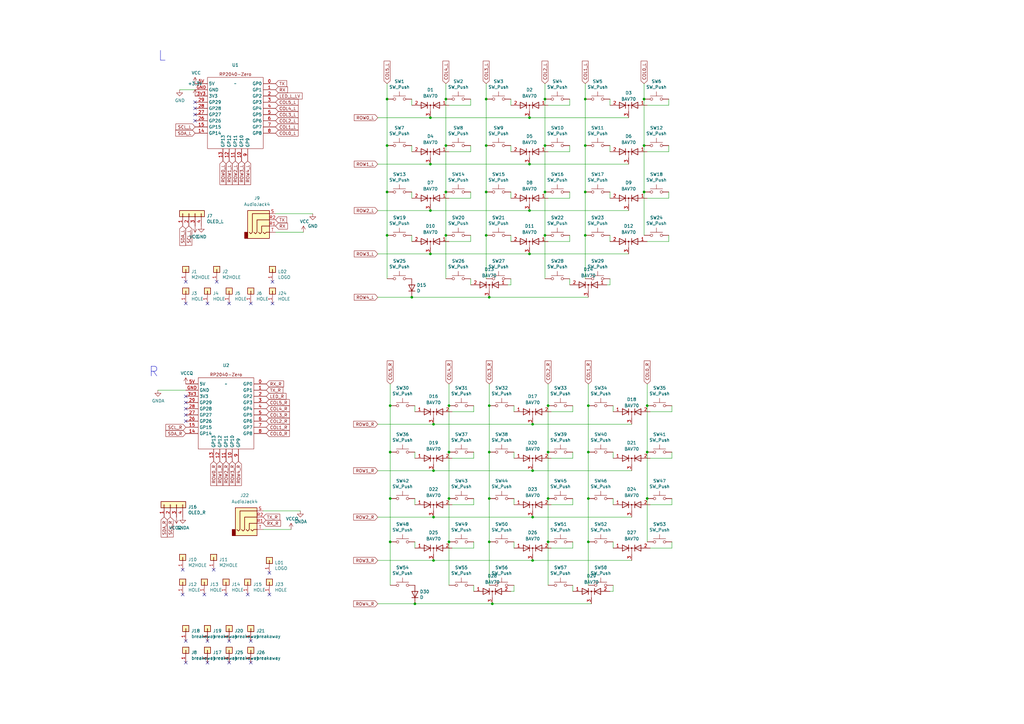
<source format=kicad_sch>
(kicad_sch (version 20230121) (generator eeschema)
  (paper "A3")
  (title_block (title "Lily58 Lite Rev3") (date "2024-07-18"))
  (junction (at 160.02 166.37))
  (junction (at 265.43 166.37))
  (junction (at 264.16 59.69))
  (junction (at 182.88 78.74))
  (junction (at 176.53 67.31))
  (junction (at 176.53 48.26))
  (junction (at 199.39 96.52))
  (junction (at 160.02 222.25))
  (junction (at 200.66 204.47))
  (junction (at 240.03 40.64))
  (junction (at 176.53 104.14))
  (junction (at 224.79 185.42))
  (junction (at 199.39 78.74))
  (junction (at 158.75 78.74))
  (junction (at 200.66 222.25))
  (junction (at 160.02 185.42))
  (junction (at 217.17 48.26))
  (junction (at 240.03 78.74))
  (junction (at 199.39 59.69))
  (junction (at 200.66 166.37))
  (junction (at 217.17 104.14))
  (junction (at 241.3 204.47))
  (junction (at 177.8 173.99))
  (junction (at 264.16 78.74))
  (junction (at 184.15 185.42))
  (junction (at 224.79 204.47))
  (junction (at 224.79 222.25))
  (junction (at 218.44 229.87))
  (junction (at 176.53 86.36))
  (junction (at 201.93 247.65))
  (junction (at 158.75 40.64))
  (junction (at 223.52 40.64))
  (junction (at 168.91 121.92))
  (junction (at 240.03 59.69))
  (junction (at 218.44 173.99))
  (junction (at 223.52 78.74))
  (junction (at 158.75 96.52))
  (junction (at 241.3 222.25))
  (junction (at 241.3 166.37))
  (junction (at 177.8 193.04))
  (junction (at 218.44 212.09))
  (junction (at 170.18 247.65))
  (junction (at 184.15 222.25))
  (junction (at 223.52 59.69))
  (junction (at 182.88 96.52))
  (junction (at 182.88 40.64))
  (junction (at 218.44 193.04))
  (junction (at 217.17 86.36))
  (junction (at 158.75 59.69))
  (junction (at 184.15 204.47))
  (junction (at 177.8 229.87))
  (junction (at 200.66 121.92))
  (junction (at 240.03 96.52))
  (junction (at 199.39 40.64))
  (junction (at 177.8 212.09))
  (junction (at 182.88 59.69))
  (junction (at 224.79 166.37))
  (junction (at 265.43 185.42))
  (junction (at 265.43 204.47))
  (junction (at 184.15 166.37))
  (junction (at 160.02 204.47))
  (junction (at 217.17 67.31))
  (junction (at 264.16 40.64))
  (junction (at 241.3 185.42))
  (junction (at 223.52 96.52))
  (junction (at 200.66 185.42))
  (no_connect (at 76.2 124.46))
  (no_connect (at 76.2 162.56))
  (no_connect (at 102.87 262.89))
  (no_connect (at 80.01 49.53))
  (no_connect (at 102.87 271.78))
  (no_connect (at 93.98 262.89))
  (no_connect (at 76.2 271.78))
  (no_connect (at 85.09 271.78))
  (no_connect (at 83.82 243.84))
  (no_connect (at 85.09 262.89))
  (no_connect (at 76.2 167.64))
  (no_connect (at 76.2 262.89))
  (no_connect (at 93.98 124.46))
  (no_connect (at 80.01 46.99))
  (no_connect (at 76.2 170.18))
  (no_connect (at 87.63 233.68))
  (no_connect (at 92.71 243.84))
  (no_connect (at 101.6 243.84))
  (no_connect (at 85.09 124.46))
  (no_connect (at 93.98 271.78))
  (no_connect (at 110.49 234.95))
  (no_connect (at 110.49 243.84))
  (no_connect (at 74.93 233.68))
  (no_connect (at 80.01 44.45))
  (no_connect (at 111.76 115.57))
  (no_connect (at 76.2 172.72))
  (no_connect (at 76.2 165.1))
  (no_connect (at 80.01 41.91))
  (no_connect (at 74.93 243.84))
  (no_connect (at 111.76 124.46))
  (no_connect (at 102.87 124.46))
  (no_connect (at 88.9 115.57))
  (no_connect (at 76.2 115.57))
  (wire (pts (xy 200.66 166.37) (xy 200.66 185.42)))
  (wire (pts (xy 265.43 157.48) (xy 265.43 166.37)))
  (wire (pts (xy 200.66 222.25) (xy 200.66 240.03)))
  (wire (pts (xy 266.7 168.91) (xy 275.59 168.91)))
  (wire (pts (xy 200.66 157.48) (xy 200.66 166.37)))
  (wire (pts (xy 226.06 224.79) (xy 234.95 224.79)))
  (wire (pts (xy 201.93 247.65) (xy 242.57 247.65)))
  (wire (pts (xy 240.03 59.69) (xy 240.03 78.74)))
  (wire (pts (xy 224.79 204.47) (xy 224.79 222.25)))
  (wire (pts (xy 113.03 87.63) (xy 128.27 87.63)))
  (wire (pts (xy 154.94 247.65) (xy 170.18 247.65)))
  (wire (pts (xy 275.59 224.79) (xy 275.59 222.25)))
  (wire (pts (xy 177.8 212.09) (xy 218.44 212.09)))
  (wire (pts (xy 233.68 59.69) (xy 233.68 62.23)))
  (wire (pts (xy 184.15 43.18) (xy 193.04 43.18)))
  (wire (pts (xy 217.17 104.14) (xy 257.81 104.14)))
  (wire (pts (xy 107.95 217.17) (xy 119.38 217.17)))
  (wire (pts (xy 224.79 185.42) (xy 224.79 204.47)))
  (wire (pts (xy 193.04 59.69) (xy 193.04 62.23)))
  (wire (pts (xy 184.15 157.48) (xy 184.15 166.37)))
  (wire (pts (xy 264.16 40.64) (xy 264.16 34.29)))
  (wire (pts (xy 154.94 173.99) (xy 177.8 173.99)))
  (wire (pts (xy 170.18 222.25) (xy 170.18 224.79)))
  (wire (pts (xy 107.95 209.55) (xy 123.19 209.55)))
  (wire (pts (xy 184.15 62.23) (xy 193.04 62.23)))
  (wire (pts (xy 241.3 157.48) (xy 241.3 166.37)))
  (wire (pts (xy 233.68 114.3) (xy 233.68 116.84)))
  (wire (pts (xy 194.31 207.01) (xy 194.31 204.47)))
  (wire (pts (xy 158.75 59.69) (xy 158.75 40.64)))
  (wire (pts (xy 177.8 173.99) (xy 218.44 173.99)))
  (wire (pts (xy 218.44 229.87) (xy 259.08 229.87)))
  (wire (pts (xy 209.55 78.74) (xy 209.55 81.28)))
  (wire (pts (xy 250.19 114.3) (xy 250.19 116.84)))
  (wire (pts (xy 168.91 40.64) (xy 168.91 43.18)))
  (wire (pts (xy 275.59 204.47) (xy 275.59 207.01)))
  (wire (pts (xy 224.79 62.23) (xy 233.68 62.23)))
  (wire (pts (xy 199.39 96.52) (xy 199.39 78.74)))
  (wire (pts (xy 233.68 78.74) (xy 233.68 81.28)))
  (wire (pts (xy 209.55 59.69) (xy 209.55 62.23)))
  (wire (pts (xy 208.28 116.84) (xy 209.55 116.84)))
  (wire (pts (xy 170.18 204.47) (xy 170.18 207.01)))
  (wire (pts (xy 185.42 224.79) (xy 194.31 224.79)))
  (wire (pts (xy 200.66 204.47) (xy 200.66 222.25)))
  (wire (pts (xy 193.04 116.84) (xy 193.04 114.3)))
  (wire (pts (xy 168.91 121.92) (xy 200.66 121.92)))
  (wire (pts (xy 218.44 193.04) (xy 259.08 193.04)))
  (wire (pts (xy 158.75 96.52) (xy 158.75 78.74)))
  (wire (pts (xy 251.46 185.42) (xy 251.46 187.96)))
  (wire (pts (xy 184.15 185.42) (xy 184.15 204.47)))
  (wire (pts (xy 185.42 168.91) (xy 194.31 168.91)))
  (wire (pts (xy 233.68 99.06) (xy 233.68 96.52)))
  (wire (pts (xy 251.46 166.37) (xy 251.46 168.91)))
  (wire (pts (xy 223.52 40.64) (xy 223.52 59.69)))
  (wire (pts (xy 224.79 166.37) (xy 224.79 185.42)))
  (wire (pts (xy 240.03 114.3) (xy 240.03 96.52)))
  (wire (pts (xy 168.91 59.69) (xy 168.91 62.23)))
  (wire (pts (xy 154.94 48.26) (xy 176.53 48.26)))
  (wire (pts (xy 234.95 222.25) (xy 234.95 224.79)))
  (wire (pts (xy 184.15 204.47) (xy 184.15 222.25)))
  (wire (pts (xy 240.03 34.29) (xy 240.03 40.64)))
  (wire (pts (xy 241.3 222.25) (xy 241.3 240.03)))
  (wire (pts (xy 241.3 185.42) (xy 241.3 204.47)))
  (wire (pts (xy 233.68 40.64) (xy 233.68 43.18)))
  (wire (pts (xy 264.16 40.64) (xy 264.16 59.69)))
  (wire (pts (xy 170.18 166.37) (xy 170.18 168.91)))
  (wire (pts (xy 275.59 185.42) (xy 275.59 187.96)))
  (wire (pts (xy 224.79 157.48) (xy 224.79 166.37)))
  (wire (pts (xy 274.32 78.74) (xy 274.32 81.28)))
  (wire (pts (xy 182.88 59.69) (xy 182.88 78.74)))
  (wire (pts (xy 193.04 40.64) (xy 193.04 43.18)))
  (wire (pts (xy 224.79 81.28) (xy 233.68 81.28)))
  (wire (pts (xy 209.55 242.57) (xy 210.82 242.57)))
  (wire (pts (xy 200.66 185.42) (xy 200.66 204.47)))
  (wire (pts (xy 194.31 185.42) (xy 194.31 187.96)))
  (wire (pts (xy 184.15 81.28) (xy 193.04 81.28)))
  (wire (pts (xy 193.04 78.74) (xy 193.04 81.28)))
  (wire (pts (xy 234.95 166.37) (xy 234.95 168.91)))
  (wire (pts (xy 265.43 43.18) (xy 274.32 43.18)))
  (wire (pts (xy 160.02 240.03) (xy 160.02 222.25)))
  (wire (pts (xy 113.03 95.25) (xy 124.46 95.25)))
  (wire (pts (xy 250.19 78.74) (xy 250.19 81.28)))
  (wire (pts (xy 154.94 67.31) (xy 176.53 67.31)))
  (wire (pts (xy 234.95 204.47) (xy 234.95 207.01)))
  (wire (pts (xy 265.43 166.37) (xy 265.43 185.42)))
  (wire (pts (xy 184.15 99.06) (xy 193.04 99.06)))
  (wire (pts (xy 177.8 193.04) (xy 218.44 193.04)))
  (wire (pts (xy 182.88 96.52) (xy 182.88 114.3)))
  (wire (pts (xy 182.88 40.64) (xy 182.88 59.69)))
  (wire (pts (xy 217.17 48.26) (xy 257.81 48.26)))
  (wire (pts (xy 160.02 185.42) (xy 160.02 166.37)))
  (wire (pts (xy 251.46 204.47) (xy 251.46 207.01)))
  (wire (pts (xy 194.31 222.25) (xy 194.31 224.79)))
  (wire (pts (xy 251.46 240.03) (xy 251.46 242.57)))
  (wire (pts (xy 73.66 36.83) (xy 80.01 36.83)))
  (wire (pts (xy 182.88 78.74) (xy 182.88 96.52)))
  (wire (pts (xy 154.94 193.04) (xy 177.8 193.04)))
  (wire (pts (xy 226.06 187.96) (xy 234.95 187.96)))
  (wire (pts (xy 160.02 222.25) (xy 160.02 204.47)))
  (wire (pts (xy 264.16 78.74) (xy 264.16 96.52)))
  (wire (pts (xy 194.31 240.03) (xy 194.31 242.57)))
  (wire (pts (xy 266.7 224.79) (xy 275.59 224.79)))
  (wire (pts (xy 184.15 222.25) (xy 184.15 240.03)))
  (wire (pts (xy 185.42 207.01) (xy 194.31 207.01)))
  (wire (pts (xy 209.55 40.64) (xy 209.55 43.18)))
  (wire (pts (xy 275.59 166.37) (xy 275.59 168.91)))
  (wire (pts (xy 158.75 96.52) (xy 158.75 114.3)))
  (wire (pts (xy 210.82 166.37) (xy 210.82 168.91)))
  (wire (pts (xy 274.32 40.64) (xy 274.32 43.18)))
  (wire (pts (xy 199.39 59.69) (xy 199.39 78.74)))
  (wire (pts (xy 184.15 166.37) (xy 184.15 185.42)))
  (wire (pts (xy 200.66 121.92) (xy 241.3 121.92)))
  (wire (pts (xy 250.19 116.84) (xy 248.92 116.84)))
  (wire (pts (xy 274.32 59.69) (xy 274.32 62.23)))
  (wire (pts (xy 160.02 204.47) (xy 160.02 185.42)))
  (wire (pts (xy 154.94 121.92) (xy 168.91 121.92)))
  (wire (pts (xy 266.7 207.01) (xy 275.59 207.01)))
  (wire (pts (xy 177.8 229.87) (xy 218.44 229.87)))
  (wire (pts (xy 274.32 62.23) (xy 265.43 62.23)))
  (wire (pts (xy 168.91 96.52) (xy 168.91 99.06)))
  (wire (pts (xy 264.16 59.69) (xy 264.16 78.74)))
  (wire (pts (xy 209.55 96.52) (xy 209.55 99.06)))
  (wire (pts (xy 250.19 40.64) (xy 250.19 43.18)))
  (wire (pts (xy 182.88 34.29) (xy 182.88 40.64)))
  (wire (pts (xy 217.17 67.31) (xy 257.81 67.31)))
  (wire (pts (xy 224.79 222.25) (xy 224.79 240.03)))
  (wire (pts (xy 224.79 99.06) (xy 233.68 99.06)))
  (wire (pts (xy 176.53 48.26) (xy 217.17 48.26)))
  (wire (pts (xy 265.43 204.47) (xy 265.43 222.25)))
  (wire (pts (xy 176.53 104.14) (xy 217.17 104.14)))
  (wire (pts (xy 76.2 160.02) (xy 64.77 160.02)))
  (wire (pts (xy 176.53 86.36) (xy 217.17 86.36)))
  (wire (pts (xy 241.3 204.47) (xy 241.3 222.25)))
  (wire (pts (xy 226.06 207.01) (xy 234.95 207.01)))
  (wire (pts (xy 250.19 96.52) (xy 250.19 99.06)))
  (wire (pts (xy 223.52 34.29) (xy 223.52 40.64)))
  (wire (pts (xy 218.44 173.99) (xy 259.08 173.99)))
  (wire (pts (xy 199.39 59.69) (xy 199.39 40.64)))
  (wire (pts (xy 223.52 59.69) (xy 223.52 78.74)))
  (wire (pts (xy 199.39 114.3) (xy 199.39 96.52)))
  (wire (pts (xy 265.43 185.42) (xy 265.43 204.47)))
  (wire (pts (xy 266.7 187.96) (xy 275.59 187.96)))
  (wire (pts (xy 168.91 78.74) (xy 168.91 81.28)))
  (wire (pts (xy 274.32 81.28) (xy 265.43 81.28)))
  (wire (pts (xy 158.75 78.74) (xy 158.75 59.69)))
  (wire (pts (xy 209.55 114.3) (xy 209.55 116.84)))
  (wire (pts (xy 234.95 240.03) (xy 234.95 242.57)))
  (wire (pts (xy 251.46 222.25) (xy 251.46 224.79)))
  (wire (pts (xy 170.18 247.65) (xy 201.93 247.65)))
  (wire (pts (xy 154.94 212.09) (xy 177.8 212.09)))
  (wire (pts (xy 217.17 86.36) (xy 257.81 86.36)))
  (wire (pts (xy 265.43 99.06) (xy 274.32 99.06)))
  (wire (pts (xy 226.06 168.91) (xy 234.95 168.91)))
  (wire (pts (xy 154.94 104.14) (xy 176.53 104.14)))
  (wire (pts (xy 240.03 40.64) (xy 240.03 59.69)))
  (wire (pts (xy 274.32 96.52) (xy 274.32 99.06)))
  (wire (pts (xy 154.94 86.36) (xy 176.53 86.36)))
  (wire (pts (xy 234.95 185.42) (xy 234.95 187.96)))
  (wire (pts (xy 185.42 187.96) (xy 194.31 187.96)))
  (wire (pts (xy 210.82 204.47) (xy 210.82 207.01)))
  (wire (pts (xy 223.52 78.74) (xy 223.52 96.52)))
  (wire (pts (xy 240.03 96.52) (xy 240.03 78.74)))
  (wire (pts (xy 251.46 242.57) (xy 250.19 242.57)))
  (wire (pts (xy 210.82 240.03) (xy 210.82 242.57)))
  (wire (pts (xy 250.19 59.69) (xy 250.19 62.23)))
  (wire (pts (xy 154.94 229.87) (xy 177.8 229.87)))
  (wire (pts (xy 176.53 67.31) (xy 217.17 67.31)))
  (wire (pts (xy 210.82 185.42) (xy 210.82 187.96)))
  (wire (pts (xy 210.82 222.25) (xy 210.82 224.79)))
  (wire (pts (xy 194.31 166.37) (xy 194.31 168.91)))
  (wire (pts (xy 241.3 166.37) (xy 241.3 185.42)))
  (wire (pts (xy 170.18 185.42) (xy 170.18 187.96)))
  (wire (pts (xy 158.75 40.64) (xy 158.75 34.29)))
  (wire (pts (xy 223.52 96.52) (xy 223.52 114.3)))
  (wire (pts (xy 224.79 43.18) (xy 233.68 43.18)))
  (wire (pts (xy 160.02 157.48) (xy 160.02 166.37)))
  (wire (pts (xy 199.39 34.29) (xy 199.39 40.64)))
  (wire (pts (xy 218.44 212.09) (xy 259.08 212.09)))
  (wire (pts (xy 193.04 99.06) (xy 193.04 96.52)))
  (text "L" (at 64.77 25.4 0) (effects (font (size 4 4)) (justify left bottom)))
  (text "R" (at 60.96 154.94 0) (effects (font (size 4 4)) (justify left bottom)))
  (global_label "COL2_R" (shape input) (at 109.22 172.72 0) (property "Intersheetrefs" "${INTERSHEET_REFS}" (effects hide)))
  (global_label "LED_R" (shape input) (at 109.22 162.56 0) (property "Intersheetrefs" "${INTERSHEET_REFS}" (effects hide)))
  (global_label "TX_R" (shape input) (at 109.22 160.02 0) (property "Intersheetrefs" "${INTERSHEET_REFS}" (effects hide)) (property "シート間のリファレンス" "${INTERSHEET_REFS}" (effects hide)))
  (global_label "COL1_L" (shape input) (at 113.03 52.07 0) (property "Intersheetrefs" "${INTERSHEET_REFS}" (effects hide)))
  (global_label "COL3_R" (shape input) (at 109.22 170.18 0) (property "Intersheetrefs" "${INTERSHEET_REFS}" (effects hide)))
  (global_label "ROW0_R" (shape input) (at 154.94 173.99 180) (property "Intersheetrefs" "${INTERSHEET_REFS}" (effects hide)))
  (global_label "ROW4_R" (shape input) (at 154.94 247.65 180) (property "Intersheetrefs" "${INTERSHEET_REFS}" (effects hide)))
  (global_label "RX_R" (shape input) (at 109.22 157.48 0) (property "Intersheetrefs" "${INTERSHEET_REFS}" (effects hide)) (property "シート間のリファレンス" "${INTERSHEET_REFS}" (effects hide)))
  (global_label "COL2_L" (shape input) (at 223.52 34.29 90) (property "Intersheetrefs" "${INTERSHEET_REFS}" (effects hide)))
  (global_label "ROW3_L" (shape input) (at 154.94 104.14 180) (property "Intersheetrefs" "${INTERSHEET_REFS}" (effects hide)))
  (global_label "TX" (shape input) (at 113.03 90.17 0) (property "Intersheetrefs" "${INTERSHEET_REFS}" (effects hide)) (property "シート間のリファレンス" "${INTERSHEET_REFS}" (effects hide)))
  (global_label "ROW1_R" (shape input) (at 90.17 189.23 270) (property "Intersheetrefs" "${INTERSHEET_REFS}" (effects hide)))
  (global_label "SDA_L" (shape input) (at 74.93 92.71 270) (property "Intersheetrefs" "${INTERSHEET_REFS}" (effects hide)))
  (global_label "ROW4_L" (shape input) (at 154.94 121.92 180) (property "Intersheetrefs" "${INTERSHEET_REFS}" (effects hide)))
  (global_label "COL4_R" (shape input) (at 184.15 157.48 90) (property "Intersheetrefs" "${INTERSHEET_REFS}" (effects hide)))
  (global_label "COL3_L" (shape input) (at 113.03 46.99 0) (property "Intersheetrefs" "${INTERSHEET_REFS}" (effects hide)))
  (global_label "COL4_L" (shape input) (at 113.03 44.45 0) (property "Intersheetrefs" "${INTERSHEET_REFS}" (effects hide)))
  (global_label "ROW3_R" (shape input) (at 95.25 189.23 270) (property "Intersheetrefs" "${INTERSHEET_REFS}" (effects hide)))
  (global_label "RX_R" (shape input) (at 107.95 214.63 0) (property "Intersheetrefs" "${INTERSHEET_REFS}" (effects hide)) (property "シート間のリファレンス" "${INTERSHEET_REFS}" (effects hide)))
  (global_label "ROW1_L" (shape input) (at 154.94 67.31 180) (property "Intersheetrefs" "${INTERSHEET_REFS}" (effects hide)))
  (global_label "ROW1_L" (shape input) (at 93.98 66.04 270) (property "Intersheetrefs" "${INTERSHEET_REFS}" (effects hide)))
  (global_label "COL5_L" (shape input) (at 113.03 41.91 0) (property "Intersheetrefs" "${INTERSHEET_REFS}" (effects hide)))
  (global_label "SDA_R" (shape input) (at 67.31 212.09 270) (property "Intersheetrefs" "${INTERSHEET_REFS}" (effects hide)))
  (global_label "COL2_R" (shape input) (at 224.79 157.48 90) (property "Intersheetrefs" "${INTERSHEET_REFS}" (effects hide)))
  (global_label "ROW0_L" (shape input) (at 91.44 66.04 270) (property "Intersheetrefs" "${INTERSHEET_REFS}" (effects hide)))
  (global_label "COL1_R" (shape input) (at 241.3 157.48 90) (property "Intersheetrefs" "${INTERSHEET_REFS}" (effects hide)))
  (global_label "SDA_R" (shape input) (at 76.2 177.8 180) (property "Intersheetrefs" "${INTERSHEET_REFS}" (effects hide)))
  (global_label "SCL_L" (shape input) (at 80.01 52.07 180) (property "Intersheetrefs" "${INTERSHEET_REFS}" (effects hide)))
  (global_label "TX_R" (shape input) (at 107.95 212.09 0) (property "Intersheetrefs" "${INTERSHEET_REFS}" (effects hide)) (property "シート間のリファレンス" "${INTERSHEET_REFS}" (effects hide)))
  (global_label "COL1_R" (shape input) (at 109.22 175.26 0) (property "Intersheetrefs" "${INTERSHEET_REFS}" (effects hide)))
  (global_label "COL2_L" (shape input) (at 113.03 49.53 0) (property "Intersheetrefs" "${INTERSHEET_REFS}" (effects hide)))
  (global_label "COL5_L" (shape input) (at 158.75 34.29 90) (property "Intersheetrefs" "${INTERSHEET_REFS}" (effects hide)))
  (global_label "SCL_R" (shape input) (at 76.2 175.26 180) (property "Intersheetrefs" "${INTERSHEET_REFS}" (effects hide)))
  (global_label "ROW3_L" (shape input) (at 99.06 66.04 270) (property "Intersheetrefs" "${INTERSHEET_REFS}" (effects hide)))
  (global_label "ROW0_L" (shape input) (at 154.94 48.26 180) (property "Intersheetrefs" "${INTERSHEET_REFS}" (effects hide)))
  (global_label "SCL_L" (shape input) (at 77.47 92.71 270) (property "Intersheetrefs" "${INTERSHEET_REFS}" (effects hide)))
  (global_label "ROW2_R" (shape input) (at 92.71 189.23 270) (property "Intersheetrefs" "${INTERSHEET_REFS}" (effects hide)))
  (global_label "ROW2_R" (shape input) (at 154.94 212.09 180) (property "Intersheetrefs" "${INTERSHEET_REFS}" (effects hide)))
  (global_label "COL0_R" (shape input) (at 265.43 157.48 90) (property "Intersheetrefs" "${INTERSHEET_REFS}" (effects hide)))
  (global_label "ROW0_R" (shape input) (at 87.63 189.23 270) (property "Intersheetrefs" "${INTERSHEET_REFS}" (effects hide)))
  (global_label "TX" (shape input) (at 113.03 34.29 0) (property "Intersheetrefs" "${INTERSHEET_REFS}" (effects hide)) (property "シート間のリファレンス" "${INTERSHEET_REFS}" (effects hide)))
  (global_label "RX" (shape input) (at 113.03 92.71 0) (property "Intersheetrefs" "${INTERSHEET_REFS}" (effects hide)) (property "シート間のリファレンス" "${INTERSHEET_REFS}" (effects hide)))
  (global_label "ROW1_R" (shape input) (at 154.94 193.04 180) (property "Intersheetrefs" "${INTERSHEET_REFS}" (effects hide)))
  (global_label "RX" (shape input) (at 113.03 36.83 0) (property "Intersheetrefs" "${INTERSHEET_REFS}" (effects hide)) (property "シート間のリファレンス" "${INTERSHEET_REFS}" (effects hide)))
  (global_label "SDA_L" (shape input) (at 80.01 54.61 180) (property "Intersheetrefs" "${INTERSHEET_REFS}" (effects hide)))
  (global_label "COL0_R" (shape input) (at 109.22 177.8 0) (property "Intersheetrefs" "${INTERSHEET_REFS}" (effects hide)))
  (global_label "COL5_R" (shape input) (at 160.02 157.48 90) (property "Intersheetrefs" "${INTERSHEET_REFS}" (effects hide)))
  (global_label "COL3_R" (shape input) (at 200.66 157.48 90) (property "Intersheetrefs" "${INTERSHEET_REFS}" (effects hide)))
  (global_label "ROW2_L" (shape input) (at 96.52 66.04 270) (property "Intersheetrefs" "${INTERSHEET_REFS}" (effects hide)))
  (global_label "ROW2_L" (shape input) (at 154.94 86.36 180) (property "Intersheetrefs" "${INTERSHEET_REFS}" (effects hide)))
  (global_label "COL4_R" (shape input) (at 109.22 167.64 0) (property "Intersheetrefs" "${INTERSHEET_REFS}" (effects hide)))
  (global_label "COL1_L" (shape input) (at 240.03 34.29 90) (property "Intersheetrefs" "${INTERSHEET_REFS}" (effects hide)))
  (global_label "SCL_R" (shape input) (at 69.85 212.09 270) (property "Intersheetrefs" "${INTERSHEET_REFS}" (effects hide)))
  (global_label "COL3_L" (shape input) (at 199.39 34.29 90) (property "Intersheetrefs" "${INTERSHEET_REFS}" (effects hide)))
  (global_label "COL5_R" (shape input) (at 109.22 165.1 0) (property "Intersheetrefs" "${INTERSHEET_REFS}" (effects hide)))
  (global_label "COL0_L" (shape input) (at 264.16 34.29 90) (property "Intersheetrefs" "${INTERSHEET_REFS}" (effects hide)))
  (global_label "COL4_L" (shape input) (at 182.88 34.29 90) (property "Intersheetrefs" "${INTERSHEET_REFS}" (effects hide)))
  (global_label "COL0_L" (shape input) (at 113.03 54.61 0) (property "Intersheetrefs" "${INTERSHEET_REFS}" (effects hide)))
  (global_label "ROW3_R" (shape input) (at 154.94 229.87 180) (property "Intersheetrefs" "${INTERSHEET_REFS}" (effects hide)))
  (global_label "ROW4_L" (shape input) (at 101.6 66.04 270) (property "Intersheetrefs" "${INTERSHEET_REFS}" (effects hide)))
  (global_label "LED_L_LV" (shape input) (at 113.03 39.37 0) (property "Intersheetrefs" "${INTERSHEET_REFS}" (effects hide)))
  (global_label "ROW4_R" (shape input) (at 97.79 189.23 270) (property "Intersheetrefs" "${INTERSHEET_REFS}" (effects hide)))
  (symbol (lib_id "yuchi:RP2040-Zero") (at 96.52 45.72 0) (unit 1)
    (property "Reference" "U1" (at 96.52 26.67 0))
    (property "Value" "~" (at 96.52 34.29 0))
    (property "Footprint" "yuchi_kbd:RP2040-Zero_bottom" (effects hide))
  )
  (symbol (lib_id "Connector_Generic:Conn_01x01") (at 92.71 238.76 90) (unit 1)
    (property "Reference" "J14" (at 94.9452 239.6744 90) (effects (justify right)))
    (property "Value" "HOLE" (at 94.9452 241.9858 90) (effects (justify right)))
    (property "Footprint" "yuchi:HOLE_M2_TH" (effects hide))
  )
  (symbol (lib_id "Switch:SW_Push") (at 228.6 40.64 0) (unit 1)
    (property "Reference" "SW4" (at 228.6 33.401 0))
    (property "Value" "SW_Push" (at 228.6 35.7124 0))
    (property "Footprint" "yuchi:MX_HOLE_FB-SIlk" (effects hide))
  )
  (symbol (lib_id "Switch:SW_Push") (at 229.87 222.25 0) (unit 1)
    (property "Reference" "SW51" (at 229.87 215.011 0))
    (property "Value" "SW_Push" (at 229.87 217.3224 0))
    (property "Footprint" "yuchi:MX_HOLE_FB-SIlk" (effects hide))
  )
  (symbol (lib_id "Switch:SW_Push") (at 204.47 96.52 0) (unit 1)
    (property "Reference" "SW21" (at 204.47 89.281 0))
    (property "Value" "SW_Push" (at 204.47 91.5924 0))
    (property "Footprint" "yuchi:MX_HOLE_FB-SIlk" (effects hide))
  )
  (symbol (lib_id "Switch:SW_Push") (at 189.23 204.47 0) (unit 1)
    (property "Reference" "SW43" (at 189.23 197.231 0))
    (property "Value" "SW_Push" (at 189.23 199.5424 0))
    (property "Footprint" "yuchi:MX_HOLE_FB-SIlk" (effects hide))
  )
  (symbol (lib_id "Connector_Generic:Conn_01x01") (at 102.87 119.38 90) (unit 1)
    (property "Reference" "J6" (at 105.1052 120.2944 90) (effects (justify right)))
    (property "Value" "HOLE" (at 105.1052 122.6058 90) (effects (justify right)))
    (property "Footprint" "yuchi:HOLE_M2_TH" (effects hide))
  )
  (symbol (lib_id "Connector_Generic:Conn_01x01") (at 76.2 257.81 90) (unit 1)
    (property "Reference" "J18" (at 78.4352 258.7244 90) (effects (justify right)))
    (property "Value" "breakaway" (at 78.4352 261.0358 90) (effects (justify right)))
    (property "Footprint" "yuchi_kbd:breakaway04" (effects hide))
  )
  (symbol (lib_id "Switch:SW_Push") (at 204.47 59.69 0) (unit 1)
    (property "Reference" "SW9" (at 204.47 52.451 0))
    (property "Value" "SW_Push" (at 204.47 54.7624 0))
    (property "Footprint" "yuchi:MX_HOLE_FB-SIlk" (effects hide))
  )
  (symbol (lib_id "Switch:SW_Push") (at 245.11 78.74 0) (unit 1)
    (property "Reference" "SW17" (at 245.11 71.501 0))
    (property "Value" "SW_Push" (at 245.11 73.8124 0))
    (property "Footprint" "yuchi:MX_HOLE_FB-SIlk" (effects hide))
  )
  (symbol (lib_id "Switch:SW_Push") (at 163.83 59.69 0) (unit 1)
    (property "Reference" "SW7" (at 163.83 52.451 0))
    (property "Value" "SW_Push" (at 163.83 54.7624 0))
    (property "Footprint" "yuchi:MX_HOLE_FB-SIlk" (effects hide))
  )
  (symbol (lib_id "power:VCCQ") (at 119.38 217.17 0) (unit 1)
    (property "Reference" "#PWR018" (effects hide))
    (property "Value" "VCCQ" (at 119.8118 212.7758 0))
  )
  (symbol (lib_id "Switch:SW_Push") (at 228.6 78.74 0) (unit 1)
    (property "Reference" "SW16" (at 228.6 71.501 0))
    (property "Value" "SW_Push" (at 228.6 73.8124 0))
    (property "Footprint" "yuchi:MX_HOLE_FB-SIlk" (effects hide))
  )
  (symbol (lib_id "Switch:SW_Push") (at 163.83 96.52 0) (unit 1)
    (property "Reference" "SW19" (at 163.83 89.281 0))
    (property "Value" "SW_Push" (at 163.83 91.5924 0))
    (property "Footprint" "yuchi:MX_HOLE_FB-SIlk" (effects hide))
  )
  (symbol (lib_id "Switch:SW_Push") (at 165.1 166.37 0) (unit 1)
    (property "Reference" "SW30" (at 165.1 159.131 0))
    (property "Value" "SW_Push" (at 165.1 161.4424 0))
    (property "Footprint" "yuchi:MX_HOLE_FB-SIlk" (effects hide))
  )
  (symbol (lib_id "Diode:BAV70") (at 176.53 81.28 0) (mirror y) (unit 1)
    (property "Reference" "D7" (at 176.53 74.93 0))
    (property "Value" "BAV70" (at 176.53 77.47 0))
    (property "Footprint" "Package_TO_SOT_SMD:SOT-23" (effects hide))
    (property "Datasheet" "https://assets.nexperia.com/documents/data-sheet/BAV70_SER.pdf" (effects hide))
  )
  (symbol (lib_id "Switch:SW_Push") (at 189.23 185.42 0) (unit 1)
    (property "Reference" "SW37" (at 189.23 178.181 0))
    (property "Value" "SW_Push" (at 189.23 180.4924 0))
    (property "Footprint" "yuchi:MX_HOLE_FB-SIlk" (effects hide))
  )
  (symbol (lib_id "Connector_Generic:Conn_01x01") (at 111.76 119.38 90) (unit 1)
    (property "Reference" "J24" (at 113.9952 120.2944 90) (effects (justify right)))
    (property "Value" "HOLE" (at 113.9952 122.6058 90) (effects (justify right)))
    (property "Footprint" "yuchi:HOLE_M2_TH" (effects hide))
  )
  (symbol (lib_id "Switch:SW_Push") (at 270.51 204.47 0) (unit 1)
    (property "Reference" "SW47" (at 270.51 197.231 0))
    (property "Value" "SW_Push" (at 270.51 199.5424 0))
    (property "Footprint" "yuchi:MX_HOLE_FB-SIlk" (effects hide))
  )
  (symbol (lib_id "Switch:SW_Push") (at 205.74 185.42 0) (unit 1)
    (property "Reference" "SW38" (at 205.74 178.181 0))
    (property "Value" "SW_Push" (at 205.74 180.4924 0))
    (property "Footprint" "yuchi:MX_HOLE_FB-SIlk" (effects hide))
  )
  (symbol (lib_id "power:GND") (at 128.27 87.63 0) (unit 1)
    (property "Reference" "#PWR07" (effects hide))
    (property "Value" "GND" (at 128.27 92.71 0))
  )
  (symbol (lib_id "Diode:BAV70") (at 241.3 116.84 0) (mirror y) (unit 1)
    (property "Reference" "D14" (at 241.3 110.49 0))
    (property "Value" "BAV70" (at 241.3 113.03 0))
    (property "Footprint" "Package_TO_SOT_SMD:SOT-23" (effects hide))
    (property "Datasheet" "https://assets.nexperia.com/documents/data-sheet/BAV70_SER.pdf" (effects hide))
  )
  (symbol (lib_id "Diode:BAV70") (at 217.17 99.06 0) (mirror y) (unit 1)
    (property "Reference" "D11" (at 217.17 92.71 0))
    (property "Value" "BAV70" (at 217.17 95.25 0))
    (property "Footprint" "Package_TO_SOT_SMD:SOT-23" (effects hide))
    (property "Datasheet" "https://assets.nexperia.com/documents/data-sheet/BAV70_SER.pdf" (effects hide))
  )
  (symbol (lib_id "Switch:SW_Push") (at 245.11 59.69 0) (unit 1)
    (property "Reference" "SW11" (at 245.11 52.451 0))
    (property "Value" "SW_Push" (at 245.11 54.7624 0))
    (property "Footprint" "yuchi:MX_HOLE_FB-SIlk" (effects hide))
  )
  (symbol (lib_id "Switch:SW_Push") (at 246.38 222.25 0) (unit 1)
    (property "Reference" "SW52" (at 246.38 215.011 0))
    (property "Value" "SW_Push" (at 246.38 217.3224 0))
    (property "Footprint" "yuchi:MX_HOLE_FB-SIlk" (effects hide))
  )
  (symbol (lib_id "Switch:SW_Push") (at 165.1 222.25 0) (unit 1)
    (property "Reference" "SW48" (at 165.1 215.011 0))
    (property "Value" "SW_Push" (at 165.1 217.3224 0))
    (property "Footprint" "yuchi:MX_HOLE_FB-SIlk" (effects hide))
  )
  (symbol (lib_id "Connector_Generic:Conn_01x01") (at 76.2 110.49 90) (unit 1)
    (property "Reference" "J1" (at 78.4352 111.4044 90) (effects (justify right)))
    (property "Value" "M2HOLE" (at 78.4352 113.7158 90) (effects (justify right)))
    (property "Footprint" "yuchi:M2_HOLE_PCB" (effects hide))
  )
  (symbol (lib_id "Connector_Generic:Conn_01x01") (at 102.87 257.81 90) (unit 1)
    (property "Reference" "J21" (at 105.1052 258.7244 90) (effects (justify right)))
    (property "Value" "breakaway" (at 105.1052 261.0358 90) (effects (justify right)))
    (property "Footprint" "yuchi_kbd:breakaway04" (effects hide))
  )
  (symbol (lib_id "Switch:SW_Push") (at 165.1 240.03 0) (unit 1)
    (property "Reference" "SW54" (at 165.1 232.791 0))
    (property "Value" "SW_Push" (at 165.1 235.1024 0))
    (property "Footprint" "yuchi:MX_HOLE_FB-SIlk" (effects hide))
  )
  (symbol (lib_id "Switch:SW_Push") (at 270.51 222.25 0) (unit 1)
    (property "Reference" "SW53" (at 270.51 215.011 0))
    (property "Value" "SW_Push" (at 270.51 217.3224 0))
    (property "Footprint" "yuchi:MX_HOLE_FB-SIlk" (effects hide))
  )
  (symbol (lib_id "Device:D") (at 170.18 243.84 90) (unit 1)
    (property "Reference" "D30" (at 172.212 242.6716 90) (effects (justify right)))
    (property "Value" "D" (at 172.212 244.983 90) (effects (justify right)))
    (property "Footprint" "Diode_SMD:D_SOD-123" (effects hide))
  )
  (symbol (lib_id "Diode:BAV70") (at 177.8 168.91 0) (unit 1)
    (property "Reference" "D16" (at 177.8 162.56 0))
    (property "Value" "BAV70" (at 177.8 165.1 0))
    (property "Footprint" "Package_TO_SOT_SMD:SOT-23" (effects hide))
    (property "Datasheet" "https://assets.nexperia.com/documents/data-sheet/BAV70_SER.pdf" (effects hide))
  )
  (symbol (lib_id "Connector_Generic:Conn_01x01") (at 85.09 266.7 90) (unit 1)
    (property "Reference" "J17" (at 87.3252 267.6144 90) (effects (justify right)))
    (property "Value" "breakaway" (at 87.3252 269.9258 90) (effects (justify right)))
    (property "Footprint" "yuchi_kbd:breakaway04" (effects hide))
  )
  (symbol (lib_id "Diode:BAV70") (at 217.17 81.28 0) (mirror y) (unit 1)
    (property "Reference" "D8" (at 217.17 74.93 0))
    (property "Value" "BAV70" (at 217.17 77.47 0))
    (property "Footprint" "Package_TO_SOT_SMD:SOT-23" (effects hide))
    (property "Datasheet" "https://assets.nexperia.com/documents/data-sheet/BAV70_SER.pdf" (effects hide))
  )
  (symbol (lib_id "Diode:BAV70") (at 218.44 207.01 0) (unit 1)
    (property "Reference" "D23" (at 218.44 200.66 0))
    (property "Value" "BAV70" (at 218.44 203.2 0))
    (property "Footprint" "Package_TO_SOT_SMD:SOT-23" (effects hide))
    (property "Datasheet" "https://assets.nexperia.com/documents/data-sheet/BAV70_SER.pdf" (effects hide))
  )
  (symbol (lib_id "Diode:BAV70") (at 259.08 168.91 0) (unit 1)
    (property "Reference" "D18" (at 259.08 163.83 0))
    (property "Value" "BAV70" (at 259.08 166.37 0))
    (property "Footprint" "Package_TO_SOT_SMD:SOT-23" (effects hide))
    (property "Datasheet" "https://assets.nexperia.com/documents/data-sheet/BAV70_SER.pdf" (effects hide))
  )
  (symbol (lib_id "Switch:SW_Push") (at 246.38 240.03 0) (unit 1)
    (property "Reference" "SW58" (at 246.38 232.791 0))
    (property "Value" "SW_Push" (at 246.38 235.1024 0))
    (property "Footprint" "yuchi:MX_HOLE_FB-SIlk" (effects hide))
  )
  (symbol (lib_id "power:VCC") (at 80.01 34.29 0) (unit 1)
    (property "Reference" "#PWR01" (effects hide))
    (property "Value" "VCC" (at 80.4672 29.8958 0))
  )
  (symbol (lib_id "Diode:BAV70") (at 218.44 187.96 0) (unit 1)
    (property "Reference" "D20" (at 218.44 181.61 0))
    (property "Value" "BAV70" (at 218.44 184.15 0))
    (property "Footprint" "Package_TO_SOT_SMD:SOT-23" (effects hide))
    (property "Datasheet" "https://assets.nexperia.com/documents/data-sheet/BAV70_SER.pdf" (effects hide))
  )
  (symbol (lib_id "Switch:SW_Push") (at 246.38 166.37 0) (unit 1)
    (property "Reference" "SW34" (at 246.38 159.131 0))
    (property "Value" "SW_Push" (at 246.38 161.4424 0))
    (property "Footprint" "yuchi:MX_HOLE_FB-SIlk" (effects hide))
  )
  (symbol (lib_id "Switch:SW_Push") (at 187.96 40.64 0) (unit 1)
    (property "Reference" "SW2" (at 187.96 33.401 0))
    (property "Value" "SW_Push" (at 187.96 35.7124 0))
    (property "Footprint" "yuchi:MX_HOLE_FB-SIlk" (effects hide))
  )
  (symbol (lib_id "power:+3.3V") (at 80.01 39.37 0) (unit 1)
    (property "Reference" "#PWR020" (effects hide))
    (property "Value" "+3.3V" (at 80.01 34.29 0))
  )
  (symbol (lib_id "power:GNDA") (at 64.77 160.02 0) (unit 1)
    (property "Reference" "#PWR011" (effects hide))
    (property "Value" "GNDA" (at 64.897 164.4142 0))
  )
  (symbol (lib_id "Connector_Generic:Conn_01x01") (at 102.87 266.7 90) (unit 1)
    (property "Reference" "J26" (at 105.1052 267.6144 90) (effects (justify right)))
    (property "Value" "breakaway" (at 105.1052 269.9258 90) (effects (justify right)))
    (property "Footprint" "yuchi_kbd:breakaway04" (effects hide))
  )
  (symbol (lib_id "Switch:SW_Push") (at 205.74 166.37 0) (unit 1)
    (property "Reference" "SW32" (at 205.74 159.131 0))
    (property "Value" "SW_Push" (at 205.74 161.4424 0))
    (property "Footprint" "yuchi:MX_HOLE_FB-SIlk" (effects hide))
  )
  (symbol (lib_id "Switch:SW_Push") (at 189.23 166.37 0) (unit 1)
    (property "Reference" "SW31" (at 189.23 159.131 0))
    (property "Value" "SW_Push" (at 189.23 161.4424 0))
    (property "Footprint" "yuchi:MX_HOLE_FB-SIlk" (effects hide))
  )
  (symbol (lib_id "Switch:SW_Push") (at 228.6 96.52 0) (unit 1)
    (property "Reference" "SW22" (at 228.6 89.281 0))
    (property "Value" "SW_Push" (at 228.6 91.5924 0))
    (property "Footprint" "yuchi:MX_HOLE_FB-SIlk" (effects hide))
  )
  (symbol (lib_id "Connector_Generic:Conn_01x01") (at 87.63 228.6 90) (unit 1)
    (property "Reference" "J11" (at 89.8652 229.5144 90) (effects (justify right)))
    (property "Value" "M2HOLE" (at 89.8652 231.8258 90) (effects (justify right)))
    (property "Footprint" "yuchi:M2_HOLE_PCB" (effects hide))
  )
  (symbol (lib_id "Switch:SW_Push") (at 269.24 59.69 0) (unit 1)
    (property "Reference" "SW12" (at 269.24 52.451 0))
    (property "Value" "SW_Push" (at 269.24 54.7624 0))
    (property "Footprint" "yuchi:MX_HOLE_FB-SIlk" (effects hide))
  )
  (symbol (lib_id "Connector_Generic:Conn_01x01") (at 111.76 110.49 90) (unit 1)
    (property "Reference" "L02" (at 113.9952 111.4044 90) (effects (justify right)))
    (property "Value" "LOGO" (at 113.9952 113.7158 90) (effects (justify right)))
    (property "Footprint" "yuchi:lily58_logo_2" (effects hide))
  )
  (symbol (lib_id "Connector_Generic:Conn_01x01") (at 83.82 238.76 90) (unit 1)
    (property "Reference" "J13" (at 86.0552 239.6744 90) (effects (justify right)))
    (property "Value" "HOLE" (at 86.0552 241.9858 90) (effects (justify right)))
    (property "Footprint" "yuchi:HOLE_M2_TH" (effects hide))
  )
  (symbol (lib_id "power:GND") (at 73.66 36.83 0) (unit 1)
    (property "Reference" "#PWR02" (effects hide))
    (property "Value" "GND" (at 73.787 41.2242 0))
  )
  (symbol (lib_id "power:VCC") (at 124.46 95.25 0) (unit 1)
    (property "Reference" "#PWR09" (effects hide))
    (property "Value" "VCC" (at 124.8918 90.8558 0))
  )
  (symbol (lib_id "Switch:SW_Push") (at 246.38 185.42 0) (unit 1)
    (property "Reference" "SW40" (at 246.38 178.181 0))
    (property "Value" "SW_Push" (at 246.38 180.4924 0))
    (property "Footprint" "yuchi:MX_HOLE_FB-SIlk" (effects hide))
  )
  (symbol (lib_id "Connector_Generic:Conn_01x01") (at 76.2 119.38 90) (unit 1)
    (property "Reference" "J3" (at 78.4352 120.2944 90) (effects (justify right)))
    (property "Value" "HOLE" (at 78.4352 122.6058 90) (effects (justify right)))
    (property "Footprint" "yuchi:HOLE_M2_TH" (effects hide))
  )
  (symbol (lib_id "Switch:SW_Push") (at 187.96 59.69 0) (unit 1)
    (property "Reference" "SW8" (at 187.96 52.451 0))
    (property "Value" "SW_Push" (at 187.96 54.7624 0))
    (property "Footprint" "yuchi:MX_HOLE_FB-SIlk" (effects hide))
  )
  (symbol (lib_id "Switch:SW_Push") (at 269.24 78.74 0) (unit 1)
    (property "Reference" "SW18" (at 269.24 71.501 0))
    (property "Value" "SW_Push" (at 269.24 73.8124 0))
    (property "Footprint" "yuchi:MX_HOLE_FB-SIlk" (effects hide))
  )
  (symbol (lib_id "Switch:SW_Push") (at 270.51 185.42 0) (unit 1)
    (property "Reference" "SW41" (at 270.51 178.181 0))
    (property "Value" "SW_Push" (at 270.51 180.4924 0))
    (property "Footprint" "yuchi:MX_HOLE_FB-SIlk" (effects hide))
  )
  (symbol (lib_id "Switch:SW_Push") (at 205.74 240.03 0) (unit 1)
    (property "Reference" "SW56" (at 205.74 232.791 0))
    (property "Value" "SW_Push" (at 205.74 235.1024 0))
    (property "Footprint" "yuchi:MX_HOLE_FB-SIlk" (effects hide))
  )
  (symbol (lib_id "Switch:SW_Push") (at 246.38 204.47 0) (unit 1)
    (property "Reference" "SW46" (at 246.38 197.231 0))
    (property "Value" "SW_Push" (at 246.38 199.5424 0))
    (property "Footprint" "yuchi:MX_HOLE_FB-SIlk" (effects hide))
  )
  (symbol (lib_id "Switch:SW_Push") (at 228.6 114.3 0) (unit 1)
    (property "Reference" "SW28" (at 228.6 107.061 0))
    (property "Value" "SW_Push" (at 228.6 109.3724 0))
    (property "Footprint" "yuchi:MX_HOLE_FB-SIlk" (effects hide))
  )
  (symbol (lib_id "Switch:SW_Push") (at 229.87 185.42 0) (unit 1)
    (property "Reference" "SW39" (at 229.87 178.181 0))
    (property "Value" "SW_Push" (at 229.87 180.4924 0))
    (property "Footprint" "yuchi:MX_HOLE_FB-SIlk" (effects hide))
  )
  (symbol (lib_id "power:VCCQ") (at 72.39 212.09 180) (unit 1)
    (property "Reference" "#PWR013" (effects hide))
    (property "Value" "VCCQ" (at 71.9328 216.4842 0))
  )
  (symbol (lib_id "Diode:BAV70") (at 259.08 207.01 0) (unit 1)
    (property "Reference" "D24" (at 259.08 200.66 0))
    (property "Value" "BAV70" (at 259.08 203.2 0))
    (property "Footprint" "Package_TO_SOT_SMD:SOT-23" (effects hide))
    (property "Datasheet" "https://assets.nexperia.com/documents/data-sheet/BAV70_SER.pdf" (effects hide))
  )
  (symbol (lib_id "Switch:SW_Push") (at 270.51 166.37 0) (unit 1)
    (property "Reference" "SW35" (at 270.51 159.131 0))
    (property "Value" "SW_Push" (at 270.51 161.4424 0))
    (property "Footprint" "yuchi:MX_HOLE_FB-SIlk" (effects hide))
  )
  (symbol (lib_id "Switch:SW_Push") (at 204.47 114.3 0) (unit 1)
    (property "Reference" "SW27" (at 204.47 107.061 0))
    (property "Value" "SW_Push" (at 204.47 109.3724 0))
    (property "Footprint" "yuchi:MX_HOLE_FB-SIlk" (effects hide))
  )
  (symbol (lib_id "Connector:AudioJack4") (at 102.87 212.09 0) (unit 1)
    (property "Reference" "J22" (at 100.33 203.2 0))
    (property "Value" "AudioJack4" (at 100.33 205.74 0))
    (property "Footprint" "yuchi_kbd:PJ-320" (effects hide))
  )
  (symbol (lib_id "Switch:SW_Push") (at 204.47 78.74 0) (unit 1)
    (property "Reference" "SW15" (at 204.47 71.501 0))
    (property "Value" "SW_Push" (at 204.47 73.8124 0))
    (property "Footprint" "yuchi:MX_HOLE_FB-SIlk" (effects hide))
  )
  (symbol (lib_id "power:GNDA") (at 123.19 209.55 0) (unit 1)
    (property "Reference" "#PWR016" (effects hide))
    (property "Value" "GNDA" (at 123.317 213.9442 0))
  )
  (symbol (lib_id "Diode:BAV70") (at 242.57 242.57 0) (unit 1)
    (property "Reference" "D29" (at 242.57 236.22 0))
    (property "Value" "BAV70" (at 242.57 238.76 0))
    (property "Footprint" "Package_TO_SOT_SMD:SOT-23" (effects hide))
    (property "Datasheet" "https://assets.nexperia.com/documents/data-sheet/BAV70_SER.pdf" (effects hide))
  )
  (symbol (lib_id "Switch:SW_Push") (at 229.87 166.37 0) (unit 1)
    (property "Reference" "SW33" (at 229.87 159.131 0))
    (property "Value" "SW_Push" (at 229.87 161.4424 0))
    (property "Footprint" "yuchi:MX_HOLE_FB-SIlk" (effects hide))
  )
  (symbol (lib_id "Switch:SW_Push") (at 163.83 78.74 0) (unit 1)
    (property "Reference" "SW13" (at 163.83 71.501 0))
    (property "Value" "SW_Push" (at 163.83 73.8124 0))
    (property "Footprint" "yuchi:MX_HOLE_FB-SIlk" (effects hide))
  )
  (symbol (lib_id "Switch:SW_Push") (at 165.1 204.47 0) (unit 1)
    (property "Reference" "SW42" (at 165.1 197.231 0))
    (property "Value" "SW_Push" (at 165.1 199.5424 0))
    (property "Footprint" "yuchi:MX_HOLE_FB-SIlk" (effects hide))
  )
  (symbol (lib_id "Connector_Generic:Conn_01x01") (at 74.93 238.76 90) (unit 1)
    (property "Reference" "J12" (at 77.1652 239.6744 90) (effects (justify right)))
    (property "Value" "HOLE" (at 77.1652 241.9858 90) (effects (justify right)))
    (property "Footprint" "yuchi:HOLE_M2_TH" (effects hide))
  )
  (symbol (lib_id "Switch:SW_Push") (at 245.11 40.64 0) (unit 1)
    (property "Reference" "SW5" (at 245.11 33.401 0))
    (property "Value" "SW_Push" (at 245.11 35.7124 0))
    (property "Footprint" "yuchi:MX_HOLE_FB-SIlk" (effects hide))
  )
  (symbol (lib_id "Switch:SW_Push") (at 205.74 222.25 0) (unit 1)
    (property "Reference" "SW50" (at 205.74 215.011 0))
    (property "Value" "SW_Push" (at 205.74 217.3224 0))
    (property "Footprint" "yuchi:MX_HOLE_FB-SIlk" (effects hide))
  )
  (symbol (lib_id "Device:D") (at 168.91 118.11 90) (unit 1)
    (property "Reference" "D15" (at 170.942 116.9416 90) (effects (justify right)))
    (property "Value" "D" (at 170.942 119.253 90) (effects (justify right)))
    (property "Footprint" "Diode_SMD:D_SOD-123" (effects hide))
  )
  (symbol (lib_id "Diode:BAV70") (at 218.44 168.91 0) (unit 1)
    (property "Reference" "D17" (at 218.44 162.56 0))
    (property "Value" "BAV70" (at 218.44 165.1 0))
    (property "Footprint" "Package_TO_SOT_SMD:SOT-23" (effects hide))
    (property "Datasheet" "https://assets.nexperia.com/documents/data-sheet/BAV70_SER.pdf" (effects hide))
  )
  (symbol (lib_id "Connector_Generic:Conn_01x04") (at 69.85 207.01 90) (unit 1)
    (property "Reference" "J16" (at 77.1652 207.9244 90) (effects (justify right)))
    (property "Value" "OLED_R" (at 77.1652 210.2358 90) (effects (justify right)))
    (property "Footprint" "yuchi:OLED_4Pin" (effects hide))
  )
  (symbol (lib_id "Switch:SW_Push") (at 229.87 240.03 0) (unit 1)
    (property "Reference" "SW57" (at 229.87 232.791 0))
    (property "Value" "SW_Push" (at 229.87 235.1024 0))
    (property "Footprint" "yuchi:MX_HOLE_FB-SIlk" (effects hide))
  )
  (symbol (lib_id "Connector_Generic:Conn_01x01") (at 93.98 119.38 90) (unit 1)
    (property "Reference" "J5" (at 96.2152 120.2944 90) (effects (justify right)))
    (property "Value" "HOLE" (at 96.2152 122.6058 90) (effects (justify right)))
    (property "Footprint" "yuchi:HOLE_M2_TH" (effects hide))
  )
  (symbol (lib_id "Connector_Generic:Conn_01x04") (at 77.47 87.63 90) (unit 1)
    (property "Reference" "J7" (at 84.7852 88.5444 90) (effects (justify right)))
    (property "Value" "OLED_L" (at 84.7852 90.8558 90) (effects (justify right)))
    (property "Footprint" "yuchi:OLED_4Pin" (effects hide))
  )
  (symbol (lib_id "Switch:SW_Push") (at 189.23 222.25 0) (unit 1)
    (property "Reference" "SW49" (at 189.23 215.011 0))
    (property "Value" "SW_Push" (at 189.23 217.3224 0))
    (property "Footprint" "yuchi:MX_HOLE_FB-SIlk" (effects hide))
  )
  (symbol (lib_id "Diode:BAV70") (at 257.81 43.18 0) (mirror y) (unit 1)
    (property "Reference" "D3" (at 257.81 38.1 0))
    (property "Value" "BAV70" (at 257.81 40.64 0))
    (property "Footprint" "Package_TO_SOT_SMD:SOT-23" (effects hide))
    (property "Datasheet" "https://assets.nexperia.com/documents/data-sheet/BAV70_SER.pdf" (effects hide))
  )
  (symbol (lib_id "Connector_Generic:Conn_01x01") (at 110.49 229.87 90) (unit 1)
    (property "Reference" "L01" (at 112.7252 230.7844 90) (effects (justify right)))
    (property "Value" "LOGO" (at 112.7252 233.0958 90) (effects (justify right)))
    (property "Footprint" "yuchi:lily58_logo_2" (effects hide))
  )
  (symbol (lib_id "Diode:BAV70") (at 218.44 224.79 0) (unit 1)
    (property "Reference" "D26" (at 218.44 218.44 0))
    (property "Value" "BAV70" (at 218.44 220.98 0))
    (property "Footprint" "Package_TO_SOT_SMD:SOT-23" (effects hide))
    (property "Datasheet" "https://assets.nexperia.com/documents/data-sheet/BAV70_SER.pdf" (effects hide))
  )
  (symbol (lib_id "Switch:SW_Push") (at 229.87 204.47 0) (unit 1)
    (property "Reference" "SW45" (at 229.87 197.231 0))
    (property "Value" "SW_Push" (at 229.87 199.5424 0))
    (property "Footprint" "yuchi:MX_HOLE_FB-SIlk" (effects hide))
  )
  (symbol (lib_id "Switch:SW_Push") (at 163.83 40.64 0) (unit 1)
    (property "Reference" "SW1" (at 163.83 33.401 0))
    (property "Value" "SW_Push" (at 163.83 35.7124 0))
    (property "Footprint" "yuchi:MX_HOLE_FB-SIlk" (effects hide))
  )
  (symbol (lib_id "power:VCC") (at 80.01 92.71 180) (unit 1)
    (property "Reference" "#PWR04" (effects hide))
    (property "Value" "VCC" (at 79.5528 97.1042 0))
  )
  (symbol (lib_id "Diode:BAV70") (at 176.53 62.23 0) (mirror y) (unit 1)
    (property "Reference" "D4" (at 176.53 55.88 0))
    (property "Value" "BAV70" (at 176.53 58.42 0))
    (property "Footprint" "Package_TO_SOT_SMD:SOT-23" (effects hide))
    (property "Datasheet" "https://assets.nexperia.com/documents/data-sheet/BAV70_SER.pdf" (effects hide))
  )
  (symbol (lib_id "Diode:BAV70") (at 176.53 99.06 0) (mirror y) (unit 1)
    (property "Reference" "D10" (at 176.53 92.71 0))
    (property "Value" "BAV70" (at 176.53 95.25 0))
    (property "Footprint" "Package_TO_SOT_SMD:SOT-23" (effects hide))
    (property "Datasheet" "https://assets.nexperia.com/documents/data-sheet/BAV70_SER.pdf" (effects hide))
  )
  (symbol (lib_id "power:GNDA") (at 74.93 212.09 0) (unit 1)
    (property "Reference" "#PWR014" (effects hide))
    (property "Value" "GNDA" (at 75.057 216.4842 0))
  )
  (symbol (lib_id "Switch:SW_Push") (at 205.74 204.47 0) (unit 1)
    (property "Reference" "SW44" (at 205.74 197.231 0))
    (property "Value" "SW_Push" (at 205.74 199.5424 0))
    (property "Footprint" "yuchi:MX_HOLE_FB-SIlk" (effects hide))
  )
  (symbol (lib_id "Diode:BAV70") (at 177.8 224.79 0) (unit 1)
    (property "Reference" "D25" (at 177.8 218.44 0))
    (property "Value" "BAV70" (at 177.8 220.98 0))
    (property "Footprint" "Package_TO_SOT_SMD:SOT-23" (effects hide))
    (property "Datasheet" "https://assets.nexperia.com/documents/data-sheet/BAV70_SER.pdf" (effects hide))
  )
  (symbol (lib_id "Connector_Generic:Conn_01x01") (at 110.49 238.76 90) (unit 1)
    (property "Reference" "J23" (at 112.7252 239.6744 90) (effects (justify right)))
    (property "Value" "HOLE" (at 112.7252 241.9858 90) (effects (justify right)))
    (property "Footprint" "yuchi:HOLE_M2_TH" (effects hide))
  )
  (symbol (lib_id "Switch:SW_Push") (at 204.47 40.64 0) (unit 1)
    (property "Reference" "SW3" (at 204.47 33.401 0))
    (property "Value" "SW_Push" (at 204.47 35.7124 0))
    (property "Footprint" "yuchi:MX_HOLE_FB-SIlk" (effects hide))
  )
  (symbol (lib_id "Switch:SW_Push") (at 245.11 96.52 0) (unit 1)
    (property "Reference" "SW23" (at 245.11 89.281 0))
    (property "Value" "SW_Push" (at 245.11 91.5924 0))
    (property "Footprint" "yuchi:MX_HOLE_FB-SIlk" (effects hide))
  )
  (symbol (lib_id "Diode:BAV70") (at 176.53 43.18 0) (mirror y) (unit 1)
    (property "Reference" "D1" (at 176.53 36.83 0))
    (property "Value" "BAV70" (at 176.53 39.37 0))
    (property "Footprint" "Package_TO_SOT_SMD:SOT-23" (effects hide))
    (property "Datasheet" "https://assets.nexperia.com/documents/data-sheet/BAV70_SER.pdf" (effects hide))
  )
  (symbol (lib_id "Switch:SW_Push") (at 245.11 114.3 0) (unit 1)
    (property "Reference" "SW29" (at 245.11 107.061 0))
    (property "Value" "SW_Push" (at 245.11 109.3724 0))
    (property "Footprint" "yuchi:MX_HOLE_FB-SIlk" (effects hide))
  )
  (symbol (lib_id "Diode:BAV70") (at 200.66 116.84 0) (mirror y) (unit 1)
    (property "Reference" "D13" (at 200.66 110.49 0))
    (property "Value" "BAV70" (at 200.66 113.03 0))
    (property "Footprint" "Package_TO_SOT_SMD:SOT-23" (effects hide))
    (property "Datasheet" "https://assets.nexperia.com/documents/data-sheet/BAV70_SER.pdf" (effects hide))
  )
  (symbol (lib_id "Connector_Generic:Conn_01x01") (at 76.2 266.7 90) (unit 1)
    (property "Reference" "J8" (at 78.4352 267.6144 90) (effects (justify right)))
    (property "Value" "breakaway" (at 78.4352 269.9258 90) (effects (justify right)))
    (property "Footprint" "yuchi_kbd:breakaway04" (effects hide))
  )
  (symbol (lib_id "Switch:SW_Push") (at 187.96 96.52 0) (unit 1)
    (property "Reference" "SW20" (at 187.96 89.281 0))
    (property "Value" "SW_Push" (at 187.96 91.5924 0))
    (property "Footprint" "yuchi:MX_HOLE_FB-SIlk" (effects hide))
  )
  (symbol (lib_id "Connector_Generic:Conn_01x01") (at 85.09 257.81 90) (unit 1)
    (property "Reference" "J19" (at 87.3252 258.7244 90) (effects (justify right)))
    (property "Value" "breakaway" (at 87.3252 261.0358 90) (effects (justify right)))
    (property "Footprint" "yuchi_kbd:breakaway04" (effects hide))
  )
  (symbol (lib_id "Switch:SW_Push") (at 187.96 78.74 0) (unit 1)
    (property "Reference" "SW14" (at 187.96 71.501 0))
    (property "Value" "SW_Push" (at 187.96 73.8124 0))
    (property "Footprint" "yuchi:MX_HOLE_FB-SIlk" (effects hide))
  )
  (symbol (lib_id "Diode:BAV70") (at 257.81 62.23 0) (mirror y) (unit 1)
    (property "Reference" "D6" (at 257.81 55.88 0))
    (property "Value" "BAV70" (at 257.81 58.42 0))
    (property "Footprint" "Package_TO_SOT_SMD:SOT-23" (effects hide))
    (property "Datasheet" "https://assets.nexperia.com/documents/data-sheet/BAV70_SER.pdf" (effects hide))
  )
  (symbol (lib_id "Diode:BAV70") (at 177.8 187.96 0) (unit 1)
    (property "Reference" "D19" (at 177.8 181.61 0))
    (property "Value" "BAV70" (at 177.8 184.15 0))
    (property "Footprint" "Package_TO_SOT_SMD:SOT-23" (effects hide))
    (property "Datasheet" "https://assets.nexperia.com/documents/data-sheet/BAV70_SER.pdf" (effects hide))
  )
  (symbol (lib_id "Diode:BAV70") (at 259.08 224.79 0) (unit 1)
    (property "Reference" "D27" (at 259.08 218.44 0))
    (property "Value" "BAV70" (at 259.08 220.98 0))
    (property "Footprint" "Package_TO_SOT_SMD:SOT-23" (effects hide))
    (property "Datasheet" "https://assets.nexperia.com/documents/data-sheet/BAV70_SER.pdf" (effects hide))
  )
  (symbol (lib_id "power:VCCQ") (at 76.2 157.48 0) (unit 1)
    (property "Reference" "#PWR010" (effects hide))
    (property "Value" "VCCQ" (at 76.6318 153.0858 0))
  )
  (symbol (lib_id "Switch:SW_Push") (at 165.1 185.42 0) (unit 1)
    (property "Reference" "SW36" (at 165.1 178.181 0))
    (property "Value" "SW_Push" (at 165.1 180.4924 0))
    (property "Footprint" "yuchi:MX_HOLE_FB-SIlk" (effects hide))
  )
  (symbol (lib_id "Diode:BAV70") (at 217.17 43.18 0) (mirror y) (unit 1)
    (property "Reference" "D2" (at 217.17 36.83 0))
    (property "Value" "BAV70" (at 217.17 39.37 0))
    (property "Footprint" "Package_TO_SOT_SMD:SOT-23" (effects hide))
    (property "Datasheet" "https://assets.nexperia.com/documents/data-sheet/BAV70_SER.pdf" (effects hide))
  )
  (symbol (lib_id "Connector_Generic:Conn_01x01") (at 74.93 228.6 90) (unit 1)
    (property "Reference" "J10" (at 77.1652 229.5144 90) (effects (justify right)))
    (property "Value" "M2HOLE" (at 77.1652 231.8258 90) (effects (justify right)))
    (property "Footprint" "yuchi:M2_HOLE_PCB" (effects hide))
  )
  (symbol (lib_id "Connector:AudioJack4") (at 107.95 90.17 0) (unit 1)
    (property "Reference" "J9" (at 105.41 81.28 0))
    (property "Value" "AudioJack4" (at 105.41 83.82 0))
    (property "Footprint" "yuchi_kbd:PJ-320" (effects hide))
  )
  (symbol (lib_id "Switch:SW_Push") (at 187.96 114.3 0) (unit 1)
    (property "Reference" "SW26" (at 187.96 107.061 0))
    (property "Value" "SW_Push" (at 187.96 109.3724 0))
    (property "Footprint" "yuchi:MX_HOLE_FB-SIlk" (effects hide))
  )
  (symbol (lib_id "Connector_Generic:Conn_01x01") (at 93.98 257.81 90) (unit 1)
    (property "Reference" "J20" (at 96.2152 258.7244 90) (effects (justify right)))
    (property "Value" "breakaway" (at 96.2152 261.0358 90) (effects (justify right)))
    (property "Footprint" "yuchi_kbd:breakaway04" (effects hide))
  )
  (symbol (lib_id "Switch:SW_Push") (at 269.24 96.52 0) (unit 1)
    (property "Reference" "SW24" (at 269.24 89.281 0))
    (property "Value" "SW_Push" (at 269.24 91.5924 0))
    (property "Footprint" "yuchi:MX_HOLE_FB-SIlk" (effects hide))
  )
  (symbol (lib_id "power:GND") (at 82.55 92.71 0) (unit 1)
    (property "Reference" "#PWR05" (effects hide))
    (property "Value" "GND" (at 82.677 97.1042 0))
  )
  (symbol (lib_id "Connector_Generic:Conn_01x01") (at 85.09 119.38 90) (unit 1)
    (property "Reference" "J4" (at 87.3252 120.2944 90) (effects (justify right)))
    (property "Value" "HOLE" (at 87.3252 122.6058 90) (effects (justify right)))
    (property "Footprint" "yuchi:HOLE_M2_TH" (effects hide))
  )
  (symbol (lib_id "Switch:SW_Push") (at 228.6 59.69 0) (unit 1)
    (property "Reference" "SW10" (at 228.6 52.451 0))
    (property "Value" "SW_Push" (at 228.6 54.7624 0))
    (property "Footprint" "yuchi:MX_HOLE_FB-SIlk" (effects hide))
  )
  (symbol (lib_id "Connector_Generic:Conn_01x01") (at 93.98 266.7 90) (unit 1)
    (property "Reference" "J25" (at 96.2152 267.6144 90) (effects (justify right)))
    (property "Value" "breakaway" (at 96.2152 269.9258 90) (effects (justify right)))
    (property "Footprint" "yuchi_kbd:breakaway04" (effects hide))
  )
  (symbol (lib_id "Diode:BAV70") (at 257.81 99.06 0) (mirror y) (unit 1)
    (property "Reference" "D12" (at 257.81 92.71 0))
    (property "Value" "BAV70" (at 257.81 95.25 0))
    (property "Footprint" "Package_TO_SOT_SMD:SOT-23" (effects hide))
    (property "Datasheet" "https://assets.nexperia.com/documents/data-sheet/BAV70_SER.pdf" (effects hide))
  )
  (symbol (lib_id "Switch:SW_Push") (at 269.24 40.64 0) (unit 1)
    (property "Reference" "SW6" (at 269.24 33.401 0))
    (property "Value" "SW_Push" (at 269.24 35.7124 0))
    (property "Footprint" "yuchi:MX_HOLE_FB-SIlk" (effects hide))
  )
  (symbol (lib_id "yuchi:RP2040-Zero") (at 92.71 168.91 0) (unit 1)
    (property "Reference" "U2" (at 92.71 149.86 0))
    (property "Value" "~" (at 92.71 157.48 0))
    (property "Footprint" "yuchi_kbd:RP2040-Zero_bottom" (effects hide))
  )
  (symbol (lib_id "Diode:BAV70") (at 257.81 81.28 0) (mirror y) (unit 1)
    (property "Reference" "D9" (at 257.81 74.93 0))
    (property "Value" "BAV70" (at 257.81 77.47 0))
    (property "Footprint" "Package_TO_SOT_SMD:SOT-23" (effects hide))
    (property "Datasheet" "https://assets.nexperia.com/documents/data-sheet/BAV70_SER.pdf" (effects hide))
  )
  (symbol (lib_id "Connector_Generic:Conn_01x01") (at 101.6 238.76 90) (unit 1)
    (property "Reference" "J15" (at 103.8352 239.6744 90) (effects (justify right)))
    (property "Value" "HOLE" (at 103.8352 241.9858 90) (effects (justify right)))
    (property "Footprint" "yuchi:HOLE_M2_TH" (effects hide))
  )
  (symbol (lib_id "Diode:BAV70") (at 217.17 62.23 0) (mirror y) (unit 1)
    (property "Reference" "D5" (at 217.17 55.88 0))
    (property "Value" "BAV70" (at 217.17 58.42 0))
    (property "Footprint" "Package_TO_SOT_SMD:SOT-23" (effects hide))
    (property "Datasheet" "https://assets.nexperia.com/documents/data-sheet/BAV70_SER.pdf" (effects hide))
  )
  (symbol (lib_id "Connector_Generic:Conn_01x01") (at 88.9 110.49 90) (unit 1)
    (property "Reference" "J2" (at 91.1352 111.4044 90) (effects (justify right)))
    (property "Value" "M2HOLE" (at 91.1352 113.7158 90) (effects (justify right)))
    (property "Footprint" "yuchi:M2_HOLE_PCB" (effects hide))
  )
  (symbol (lib_id "Switch:SW_Push") (at 189.23 240.03 0) (unit 1)
    (property "Reference" "SW55" (at 189.23 232.791 0))
    (property "Value" "SW_Push" (at 189.23 235.1024 0))
    (property "Footprint" "yuchi:MX_HOLE_FB-SIlk" (effects hide))
  )
  (symbol (lib_id "Diode:BAV70") (at 177.8 207.01 0) (unit 1)
    (property "Reference" "D22" (at 177.8 200.66 0))
    (property "Value" "BAV70" (at 177.8 203.2 0))
    (property "Footprint" "Package_TO_SOT_SMD:SOT-23" (effects hide))
    (property "Datasheet" "https://assets.nexperia.com/documents/data-sheet/BAV70_SER.pdf" (effects hide))
  )
  (symbol (lib_id "Switch:SW_Push") (at 163.83 114.3 0) (unit 1)
    (property "Reference" "SW25" (at 163.83 107.061 0))
    (property "Value" "SW_Push" (at 163.83 109.3724 0))
    (property "Footprint" "yuchi:MX_HOLE_FB-SIlk" (effects hide))
  )
  (symbol (lib_id "Diode:BAV70") (at 201.93 242.57 0) (unit 1)
    (property "Reference" "D28" (at 201.93 236.22 0))
    (property "Value" "BAV70" (at 201.93 238.76 0))
    (property "Footprint" "Package_TO_SOT_SMD:SOT-23" (effects hide))
    (property "Datasheet" "https://assets.nexperia.com/documents/data-sheet/BAV70_SER.pdf" (effects hide))
  )
  (symbol (lib_id "Diode:BAV70") (at 259.08 187.96 0) (unit 1)
    (property "Reference" "D21" (at 259.08 181.61 0))
    (property "Value" "BAV70" (at 259.08 184.15 0))
    (property "Footprint" "Package_TO_SOT_SMD:SOT-23" (effects hide))
    (property "Datasheet" "https://assets.nexperia.com/documents/data-sheet/BAV70_SER.pdf" (effects hide))
  )
)
</source>
